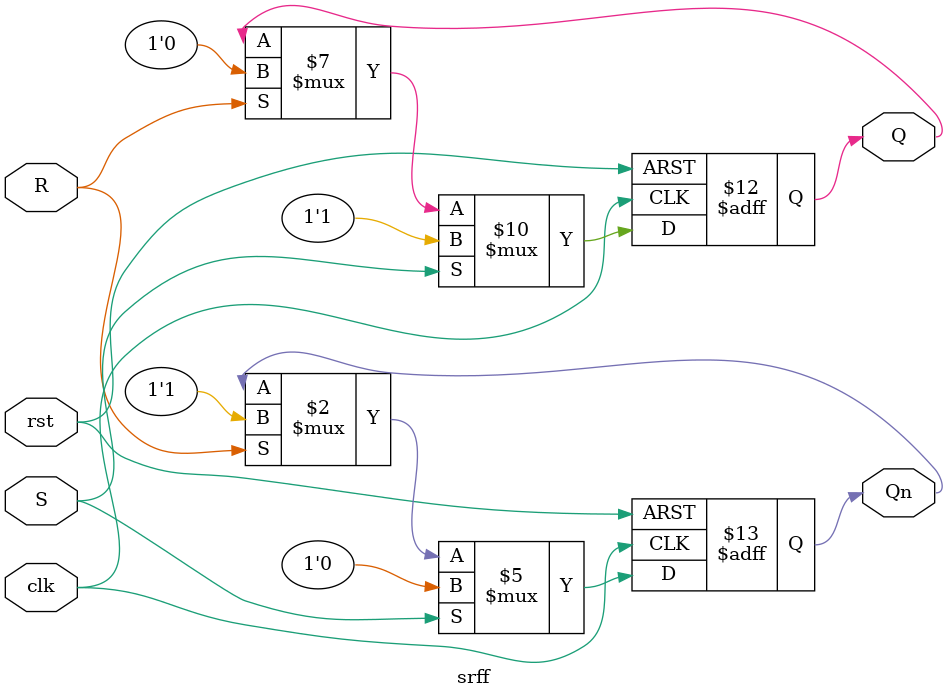
<source format=v>
module srff (
    input clk,
    input rst,
  input  S, R,
  output Q, Qn
);
  always @(posedge clk, posedge rst) begin
    if (rst) begin
      Q  <= 0;
      Qn <= 1;
    end else if (S) begin
      Q  <= 1;
      Qn <= 0;
    end else if (R) begin
      Q  <= 0;
      Qn <= 1;
    end
  end
endmodule
</source>
